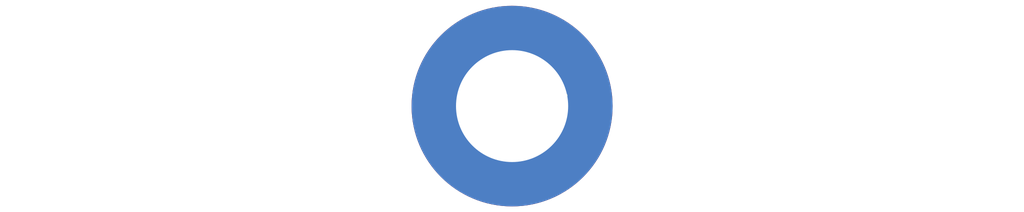
<source format=kicad_pcb>
(kicad_pcb (version 20240108) (generator pcbnew)
  (layers (0 "F.Cu" signal) (31 "B.Cu" signal) (34 "B.Paste" user) (35 "F.Paste" user) (36 "B.SilkS" user "B.Silkscreen") (37 "F.SilkS" user "F.Silkscreen") (38 "B.Mask" user) (39 "F.Mask" user) (44 "Edge.Cuts" user))
  (net 0 "")
  (footprint "MountingHole_5.3mm_M5_ISO7380_Pad_TopBottom" (layer "F.Cu") (at 0 0)
    (property "Reference" "REF**")
    (property "Value" "MountingHole_5.3mm_M5_ISO7380_Pad_TopBottom")
    (pad "1" thru_hole circle (at 0 0) (size 5.7 5.7) (drill 5.3) (layers *.Cu *.Mask) (remove_unused_layers))
    (pad "1" connect circle (at 0 0) (size 9.5 9.5) (layers "F.Cu" "F.Mask"))
    (pad "1" connect circle (at 0 0) (size 9.5 9.5) (layers "B.Cu" "B.Mask"))
  )
)
</source>
